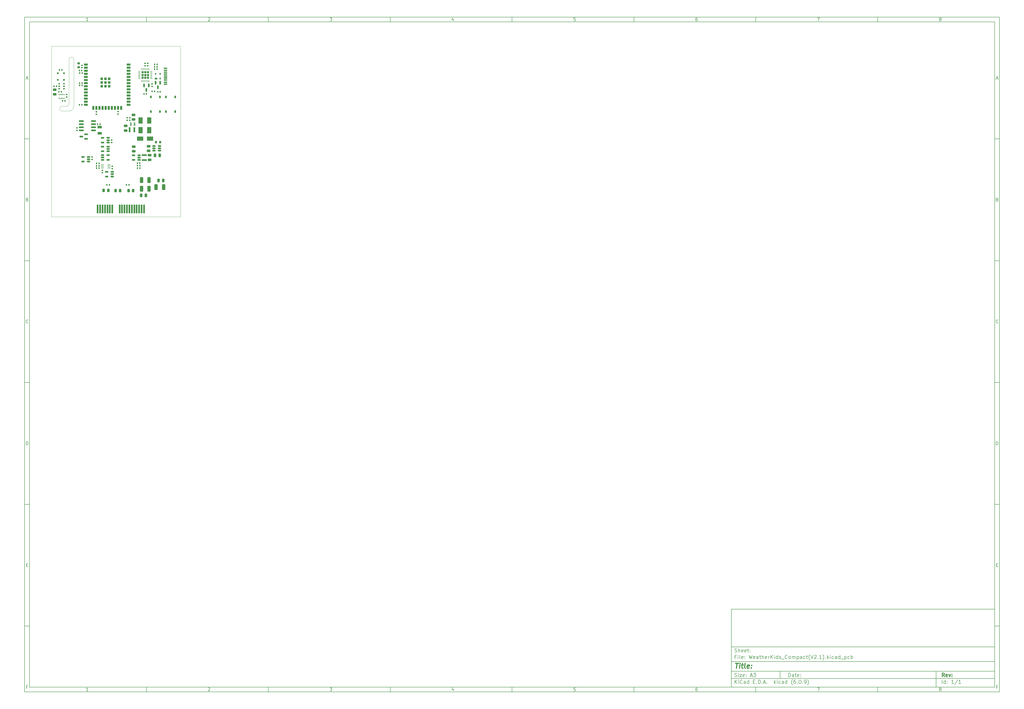
<source format=gbr>
%TF.GenerationSoftware,KiCad,Pcbnew,(6.0.9)*%
%TF.CreationDate,2023-07-18T14:40:25+05:30*%
%TF.ProjectId,WeatherKids_Compact(V2.1),57656174-6865-4724-9b69-64735f436f6d,rev?*%
%TF.SameCoordinates,PX1406f40PY14fb180*%
%TF.FileFunction,Paste,Top*%
%TF.FilePolarity,Positive*%
%FSLAX46Y46*%
G04 Gerber Fmt 4.6, Leading zero omitted, Abs format (unit mm)*
G04 Created by KiCad (PCBNEW (6.0.9)) date 2023-07-18 14:40:25*
%MOMM*%
%LPD*%
G01*
G04 APERTURE LIST*
G04 Aperture macros list*
%AMRoundRect*
0 Rectangle with rounded corners*
0 $1 Rounding radius*
0 $2 $3 $4 $5 $6 $7 $8 $9 X,Y pos of 4 corners*
0 Add a 4 corners polygon primitive as box body*
4,1,4,$2,$3,$4,$5,$6,$7,$8,$9,$2,$3,0*
0 Add four circle primitives for the rounded corners*
1,1,$1+$1,$2,$3*
1,1,$1+$1,$4,$5*
1,1,$1+$1,$6,$7*
1,1,$1+$1,$8,$9*
0 Add four rect primitives between the rounded corners*
20,1,$1+$1,$2,$3,$4,$5,0*
20,1,$1+$1,$4,$5,$6,$7,0*
20,1,$1+$1,$6,$7,$8,$9,0*
20,1,$1+$1,$8,$9,$2,$3,0*%
G04 Aperture macros list end*
%ADD10C,0.100000*%
%ADD11C,0.150000*%
%ADD12C,0.300000*%
%ADD13C,0.400000*%
%TA.AperFunction,Profile*%
%ADD14C,0.050000*%
%TD*%
%ADD15RoundRect,0.225000X-0.250000X0.225000X-0.250000X-0.225000X0.250000X-0.225000X0.250000X0.225000X0*%
%ADD16RoundRect,0.140000X0.140000X0.170000X-0.140000X0.170000X-0.140000X-0.170000X0.140000X-0.170000X0*%
%ADD17R,1.050000X1.050000*%
%ADD18R,1.500000X0.900000*%
%ADD19R,0.900000X1.500000*%
%ADD20RoundRect,0.250000X0.475000X-0.250000X0.475000X0.250000X-0.475000X0.250000X-0.475000X-0.250000X0*%
%ADD21RoundRect,0.150000X0.512500X0.150000X-0.512500X0.150000X-0.512500X-0.150000X0.512500X-0.150000X0*%
%ADD22RoundRect,0.135000X-0.185000X0.135000X-0.185000X-0.135000X0.185000X-0.135000X0.185000X0.135000X0*%
%ADD23RoundRect,0.135000X0.135000X0.185000X-0.135000X0.185000X-0.135000X-0.185000X0.135000X-0.185000X0*%
%ADD24RoundRect,0.135000X0.185000X-0.135000X0.185000X0.135000X-0.185000X0.135000X-0.185000X-0.135000X0*%
%ADD25RoundRect,0.140000X-0.140000X-0.170000X0.140000X-0.170000X0.140000X0.170000X-0.140000X0.170000X0*%
%ADD26RoundRect,0.187500X-0.187500X0.312500X-0.187500X-0.312500X0.187500X-0.312500X0.187500X0.312500X0*%
%ADD27RoundRect,0.135000X-0.135000X-0.185000X0.135000X-0.185000X0.135000X0.185000X-0.135000X0.185000X0*%
%ADD28R,1.800000X2.500000*%
%ADD29R,2.000000X0.800000*%
%ADD30RoundRect,0.200000X0.200000X0.275000X-0.200000X0.275000X-0.200000X-0.275000X0.200000X-0.275000X0*%
%ADD31RoundRect,0.062500X0.062500X0.337500X-0.062500X0.337500X-0.062500X-0.337500X0.062500X-0.337500X0*%
%ADD32RoundRect,0.062500X0.337500X0.062500X-0.337500X0.062500X-0.337500X-0.062500X0.337500X-0.062500X0*%
%ADD33RoundRect,0.225000X0.225000X0.225000X-0.225000X0.225000X-0.225000X-0.225000X0.225000X-0.225000X0*%
%ADD34RoundRect,0.150000X0.587500X0.150000X-0.587500X0.150000X-0.587500X-0.150000X0.587500X-0.150000X0*%
%ADD35R,2.500000X1.800000*%
%ADD36RoundRect,0.250000X-0.250000X-0.475000X0.250000X-0.475000X0.250000X0.475000X-0.250000X0.475000X0*%
%ADD37RoundRect,0.243750X-0.243750X-0.456250X0.243750X-0.456250X0.243750X0.456250X-0.243750X0.456250X0*%
%ADD38RoundRect,0.250000X0.250000X0.475000X-0.250000X0.475000X-0.250000X-0.475000X0.250000X-0.475000X0*%
%ADD39RoundRect,0.140000X-0.170000X0.140000X-0.170000X-0.140000X0.170000X-0.140000X0.170000X0.140000X0*%
%ADD40RoundRect,0.150000X0.825000X0.150000X-0.825000X0.150000X-0.825000X-0.150000X0.825000X-0.150000X0*%
%ADD41RoundRect,0.250000X-0.412500X-0.925000X0.412500X-0.925000X0.412500X0.925000X-0.412500X0.925000X0*%
%ADD42RoundRect,0.150000X-0.512500X-0.150000X0.512500X-0.150000X0.512500X0.150000X-0.512500X0.150000X0*%
%ADD43R,1.168400X0.254000*%
%ADD44R,1.450000X0.600000*%
%ADD45R,1.450000X0.300000*%
%ADD46RoundRect,0.243750X0.243750X0.456250X-0.243750X0.456250X-0.243750X-0.456250X0.243750X-0.456250X0*%
%ADD47R,0.800000X0.800000*%
%ADD48R,0.700000X3.600000*%
%ADD49RoundRect,0.150000X-0.150000X0.587500X-0.150000X-0.587500X0.150000X-0.587500X0.150000X0.587500X0*%
%ADD50R,0.350000X0.500000*%
%ADD51R,0.800000X0.500000*%
%ADD52R,0.800000X2.000000*%
%ADD53R,1.800000X1.000000*%
%ADD54RoundRect,0.140000X0.170000X-0.140000X0.170000X0.140000X-0.170000X0.140000X-0.170000X-0.140000X0*%
%ADD55RoundRect,0.250000X0.412500X0.925000X-0.412500X0.925000X-0.412500X-0.925000X0.412500X-0.925000X0*%
%ADD56RoundRect,0.250000X-0.475000X0.250000X-0.475000X-0.250000X0.475000X-0.250000X0.475000X0.250000X0*%
%ADD57R,0.670001X0.299999*%
%ADD58R,0.600000X0.700000*%
%ADD59R,1.000000X0.700000*%
G04 APERTURE END LIST*
D10*
D11*
X278989000Y-231002200D02*
X278989000Y-263002200D01*
X386989000Y-263002200D01*
X386989000Y-231002200D01*
X278989000Y-231002200D01*
D10*
D11*
X-11000000Y12000000D02*
X-11000000Y-265002200D01*
X388989000Y-265002200D01*
X388989000Y12000000D01*
X-11000000Y12000000D01*
D10*
D11*
X-9000000Y10000000D02*
X-9000000Y-263002200D01*
X386989000Y-263002200D01*
X386989000Y10000000D01*
X-9000000Y10000000D01*
D10*
D11*
X39000000Y10000000D02*
X39000000Y12000000D01*
D10*
D11*
X89000000Y10000000D02*
X89000000Y12000000D01*
D10*
D11*
X139000000Y10000000D02*
X139000000Y12000000D01*
D10*
D11*
X189000000Y10000000D02*
X189000000Y12000000D01*
D10*
D11*
X239000000Y10000000D02*
X239000000Y12000000D01*
D10*
D11*
X289000000Y10000000D02*
X289000000Y12000000D01*
D10*
D11*
X339000000Y10000000D02*
X339000000Y12000000D01*
D10*
D11*
X15065476Y10411905D02*
X14322619Y10411905D01*
X14694047Y10411905D02*
X14694047Y11711905D01*
X14570238Y11526191D01*
X14446428Y11402381D01*
X14322619Y11340477D01*
D10*
D11*
X64322619Y11588096D02*
X64384523Y11650000D01*
X64508333Y11711905D01*
X64817857Y11711905D01*
X64941666Y11650000D01*
X65003571Y11588096D01*
X65065476Y11464286D01*
X65065476Y11340477D01*
X65003571Y11154762D01*
X64260714Y10411905D01*
X65065476Y10411905D01*
D10*
D11*
X114260714Y11711905D02*
X115065476Y11711905D01*
X114632142Y11216667D01*
X114817857Y11216667D01*
X114941666Y11154762D01*
X115003571Y11092858D01*
X115065476Y10969048D01*
X115065476Y10659524D01*
X115003571Y10535715D01*
X114941666Y10473810D01*
X114817857Y10411905D01*
X114446428Y10411905D01*
X114322619Y10473810D01*
X114260714Y10535715D01*
D10*
D11*
X164941666Y11278572D02*
X164941666Y10411905D01*
X164632142Y11773810D02*
X164322619Y10845239D01*
X165127380Y10845239D01*
D10*
D11*
X215003571Y11711905D02*
X214384523Y11711905D01*
X214322619Y11092858D01*
X214384523Y11154762D01*
X214508333Y11216667D01*
X214817857Y11216667D01*
X214941666Y11154762D01*
X215003571Y11092858D01*
X215065476Y10969048D01*
X215065476Y10659524D01*
X215003571Y10535715D01*
X214941666Y10473810D01*
X214817857Y10411905D01*
X214508333Y10411905D01*
X214384523Y10473810D01*
X214322619Y10535715D01*
D10*
D11*
X264941666Y11711905D02*
X264694047Y11711905D01*
X264570238Y11650000D01*
X264508333Y11588096D01*
X264384523Y11402381D01*
X264322619Y11154762D01*
X264322619Y10659524D01*
X264384523Y10535715D01*
X264446428Y10473810D01*
X264570238Y10411905D01*
X264817857Y10411905D01*
X264941666Y10473810D01*
X265003571Y10535715D01*
X265065476Y10659524D01*
X265065476Y10969048D01*
X265003571Y11092858D01*
X264941666Y11154762D01*
X264817857Y11216667D01*
X264570238Y11216667D01*
X264446428Y11154762D01*
X264384523Y11092858D01*
X264322619Y10969048D01*
D10*
D11*
X314260714Y11711905D02*
X315127380Y11711905D01*
X314570238Y10411905D01*
D10*
D11*
X364570238Y11154762D02*
X364446428Y11216667D01*
X364384523Y11278572D01*
X364322619Y11402381D01*
X364322619Y11464286D01*
X364384523Y11588096D01*
X364446428Y11650000D01*
X364570238Y11711905D01*
X364817857Y11711905D01*
X364941666Y11650000D01*
X365003571Y11588096D01*
X365065476Y11464286D01*
X365065476Y11402381D01*
X365003571Y11278572D01*
X364941666Y11216667D01*
X364817857Y11154762D01*
X364570238Y11154762D01*
X364446428Y11092858D01*
X364384523Y11030953D01*
X364322619Y10907143D01*
X364322619Y10659524D01*
X364384523Y10535715D01*
X364446428Y10473810D01*
X364570238Y10411905D01*
X364817857Y10411905D01*
X364941666Y10473810D01*
X365003571Y10535715D01*
X365065476Y10659524D01*
X365065476Y10907143D01*
X365003571Y11030953D01*
X364941666Y11092858D01*
X364817857Y11154762D01*
D10*
D11*
X39000000Y-263002200D02*
X39000000Y-265002200D01*
D10*
D11*
X89000000Y-263002200D02*
X89000000Y-265002200D01*
D10*
D11*
X139000000Y-263002200D02*
X139000000Y-265002200D01*
D10*
D11*
X189000000Y-263002200D02*
X189000000Y-265002200D01*
D10*
D11*
X239000000Y-263002200D02*
X239000000Y-265002200D01*
D10*
D11*
X289000000Y-263002200D02*
X289000000Y-265002200D01*
D10*
D11*
X339000000Y-263002200D02*
X339000000Y-265002200D01*
D10*
D11*
X15065476Y-264590295D02*
X14322619Y-264590295D01*
X14694047Y-264590295D02*
X14694047Y-263290295D01*
X14570238Y-263476009D01*
X14446428Y-263599819D01*
X14322619Y-263661723D01*
D10*
D11*
X64322619Y-263414104D02*
X64384523Y-263352200D01*
X64508333Y-263290295D01*
X64817857Y-263290295D01*
X64941666Y-263352200D01*
X65003571Y-263414104D01*
X65065476Y-263537914D01*
X65065476Y-263661723D01*
X65003571Y-263847438D01*
X64260714Y-264590295D01*
X65065476Y-264590295D01*
D10*
D11*
X114260714Y-263290295D02*
X115065476Y-263290295D01*
X114632142Y-263785533D01*
X114817857Y-263785533D01*
X114941666Y-263847438D01*
X115003571Y-263909342D01*
X115065476Y-264033152D01*
X115065476Y-264342676D01*
X115003571Y-264466485D01*
X114941666Y-264528390D01*
X114817857Y-264590295D01*
X114446428Y-264590295D01*
X114322619Y-264528390D01*
X114260714Y-264466485D01*
D10*
D11*
X164941666Y-263723628D02*
X164941666Y-264590295D01*
X164632142Y-263228390D02*
X164322619Y-264156961D01*
X165127380Y-264156961D01*
D10*
D11*
X215003571Y-263290295D02*
X214384523Y-263290295D01*
X214322619Y-263909342D01*
X214384523Y-263847438D01*
X214508333Y-263785533D01*
X214817857Y-263785533D01*
X214941666Y-263847438D01*
X215003571Y-263909342D01*
X215065476Y-264033152D01*
X215065476Y-264342676D01*
X215003571Y-264466485D01*
X214941666Y-264528390D01*
X214817857Y-264590295D01*
X214508333Y-264590295D01*
X214384523Y-264528390D01*
X214322619Y-264466485D01*
D10*
D11*
X264941666Y-263290295D02*
X264694047Y-263290295D01*
X264570238Y-263352200D01*
X264508333Y-263414104D01*
X264384523Y-263599819D01*
X264322619Y-263847438D01*
X264322619Y-264342676D01*
X264384523Y-264466485D01*
X264446428Y-264528390D01*
X264570238Y-264590295D01*
X264817857Y-264590295D01*
X264941666Y-264528390D01*
X265003571Y-264466485D01*
X265065476Y-264342676D01*
X265065476Y-264033152D01*
X265003571Y-263909342D01*
X264941666Y-263847438D01*
X264817857Y-263785533D01*
X264570238Y-263785533D01*
X264446428Y-263847438D01*
X264384523Y-263909342D01*
X264322619Y-264033152D01*
D10*
D11*
X314260714Y-263290295D02*
X315127380Y-263290295D01*
X314570238Y-264590295D01*
D10*
D11*
X364570238Y-263847438D02*
X364446428Y-263785533D01*
X364384523Y-263723628D01*
X364322619Y-263599819D01*
X364322619Y-263537914D01*
X364384523Y-263414104D01*
X364446428Y-263352200D01*
X364570238Y-263290295D01*
X364817857Y-263290295D01*
X364941666Y-263352200D01*
X365003571Y-263414104D01*
X365065476Y-263537914D01*
X365065476Y-263599819D01*
X365003571Y-263723628D01*
X364941666Y-263785533D01*
X364817857Y-263847438D01*
X364570238Y-263847438D01*
X364446428Y-263909342D01*
X364384523Y-263971247D01*
X364322619Y-264095057D01*
X364322619Y-264342676D01*
X364384523Y-264466485D01*
X364446428Y-264528390D01*
X364570238Y-264590295D01*
X364817857Y-264590295D01*
X364941666Y-264528390D01*
X365003571Y-264466485D01*
X365065476Y-264342676D01*
X365065476Y-264095057D01*
X365003571Y-263971247D01*
X364941666Y-263909342D01*
X364817857Y-263847438D01*
D10*
D11*
X-11000000Y-38000000D02*
X-9000000Y-38000000D01*
D10*
D11*
X-11000000Y-88000000D02*
X-9000000Y-88000000D01*
D10*
D11*
X-11000000Y-138000000D02*
X-9000000Y-138000000D01*
D10*
D11*
X-11000000Y-188000000D02*
X-9000000Y-188000000D01*
D10*
D11*
X-11000000Y-238000000D02*
X-9000000Y-238000000D01*
D10*
D11*
X-10309524Y-13216666D02*
X-9690477Y-13216666D01*
X-10433334Y-13588095D02*
X-10000000Y-12288095D01*
X-9566667Y-13588095D01*
D10*
D11*
X-9907143Y-62907142D02*
X-9721429Y-62969047D01*
X-9659524Y-63030952D01*
X-9597620Y-63154761D01*
X-9597620Y-63340476D01*
X-9659524Y-63464285D01*
X-9721429Y-63526190D01*
X-9845239Y-63588095D01*
X-10340477Y-63588095D01*
X-10340477Y-62288095D01*
X-9907143Y-62288095D01*
X-9783334Y-62350000D01*
X-9721429Y-62411904D01*
X-9659524Y-62535714D01*
X-9659524Y-62659523D01*
X-9721429Y-62783333D01*
X-9783334Y-62845238D01*
X-9907143Y-62907142D01*
X-10340477Y-62907142D01*
D10*
D11*
X-9597620Y-113464285D02*
X-9659524Y-113526190D01*
X-9845239Y-113588095D01*
X-9969048Y-113588095D01*
X-10154762Y-113526190D01*
X-10278572Y-113402380D01*
X-10340477Y-113278571D01*
X-10402381Y-113030952D01*
X-10402381Y-112845238D01*
X-10340477Y-112597619D01*
X-10278572Y-112473809D01*
X-10154762Y-112350000D01*
X-9969048Y-112288095D01*
X-9845239Y-112288095D01*
X-9659524Y-112350000D01*
X-9597620Y-112411904D01*
D10*
D11*
X-10340477Y-163588095D02*
X-10340477Y-162288095D01*
X-10030953Y-162288095D01*
X-9845239Y-162350000D01*
X-9721429Y-162473809D01*
X-9659524Y-162597619D01*
X-9597620Y-162845238D01*
X-9597620Y-163030952D01*
X-9659524Y-163278571D01*
X-9721429Y-163402380D01*
X-9845239Y-163526190D01*
X-10030953Y-163588095D01*
X-10340477Y-163588095D01*
D10*
D11*
X-10278572Y-212907142D02*
X-9845239Y-212907142D01*
X-9659524Y-213588095D02*
X-10278572Y-213588095D01*
X-10278572Y-212288095D01*
X-9659524Y-212288095D01*
D10*
D11*
X-9814286Y-262907142D02*
X-10247620Y-262907142D01*
X-10247620Y-263588095D02*
X-10247620Y-262288095D01*
X-9628572Y-262288095D01*
D10*
D11*
X388989000Y-38000000D02*
X386989000Y-38000000D01*
D10*
D11*
X388989000Y-88000000D02*
X386989000Y-88000000D01*
D10*
D11*
X388989000Y-138000000D02*
X386989000Y-138000000D01*
D10*
D11*
X388989000Y-188000000D02*
X386989000Y-188000000D01*
D10*
D11*
X388989000Y-238000000D02*
X386989000Y-238000000D01*
D10*
D11*
X387679476Y-13216666D02*
X388298523Y-13216666D01*
X387555666Y-13588095D02*
X387989000Y-12288095D01*
X388422333Y-13588095D01*
D10*
D11*
X388081857Y-62907142D02*
X388267571Y-62969047D01*
X388329476Y-63030952D01*
X388391380Y-63154761D01*
X388391380Y-63340476D01*
X388329476Y-63464285D01*
X388267571Y-63526190D01*
X388143761Y-63588095D01*
X387648523Y-63588095D01*
X387648523Y-62288095D01*
X388081857Y-62288095D01*
X388205666Y-62350000D01*
X388267571Y-62411904D01*
X388329476Y-62535714D01*
X388329476Y-62659523D01*
X388267571Y-62783333D01*
X388205666Y-62845238D01*
X388081857Y-62907142D01*
X387648523Y-62907142D01*
D10*
D11*
X388391380Y-113464285D02*
X388329476Y-113526190D01*
X388143761Y-113588095D01*
X388019952Y-113588095D01*
X387834238Y-113526190D01*
X387710428Y-113402380D01*
X387648523Y-113278571D01*
X387586619Y-113030952D01*
X387586619Y-112845238D01*
X387648523Y-112597619D01*
X387710428Y-112473809D01*
X387834238Y-112350000D01*
X388019952Y-112288095D01*
X388143761Y-112288095D01*
X388329476Y-112350000D01*
X388391380Y-112411904D01*
D10*
D11*
X387648523Y-163588095D02*
X387648523Y-162288095D01*
X387958047Y-162288095D01*
X388143761Y-162350000D01*
X388267571Y-162473809D01*
X388329476Y-162597619D01*
X388391380Y-162845238D01*
X388391380Y-163030952D01*
X388329476Y-163278571D01*
X388267571Y-163402380D01*
X388143761Y-163526190D01*
X387958047Y-163588095D01*
X387648523Y-163588095D01*
D10*
D11*
X387710428Y-212907142D02*
X388143761Y-212907142D01*
X388329476Y-213588095D02*
X387710428Y-213588095D01*
X387710428Y-212288095D01*
X388329476Y-212288095D01*
D10*
D11*
X388174714Y-262907142D02*
X387741380Y-262907142D01*
X387741380Y-263588095D02*
X387741380Y-262288095D01*
X388360428Y-262288095D01*
D10*
D11*
X302421142Y-258780771D02*
X302421142Y-257280771D01*
X302778285Y-257280771D01*
X302992571Y-257352200D01*
X303135428Y-257495057D01*
X303206857Y-257637914D01*
X303278285Y-257923628D01*
X303278285Y-258137914D01*
X303206857Y-258423628D01*
X303135428Y-258566485D01*
X302992571Y-258709342D01*
X302778285Y-258780771D01*
X302421142Y-258780771D01*
X304564000Y-258780771D02*
X304564000Y-257995057D01*
X304492571Y-257852200D01*
X304349714Y-257780771D01*
X304064000Y-257780771D01*
X303921142Y-257852200D01*
X304564000Y-258709342D02*
X304421142Y-258780771D01*
X304064000Y-258780771D01*
X303921142Y-258709342D01*
X303849714Y-258566485D01*
X303849714Y-258423628D01*
X303921142Y-258280771D01*
X304064000Y-258209342D01*
X304421142Y-258209342D01*
X304564000Y-258137914D01*
X305064000Y-257780771D02*
X305635428Y-257780771D01*
X305278285Y-257280771D02*
X305278285Y-258566485D01*
X305349714Y-258709342D01*
X305492571Y-258780771D01*
X305635428Y-258780771D01*
X306706857Y-258709342D02*
X306564000Y-258780771D01*
X306278285Y-258780771D01*
X306135428Y-258709342D01*
X306064000Y-258566485D01*
X306064000Y-257995057D01*
X306135428Y-257852200D01*
X306278285Y-257780771D01*
X306564000Y-257780771D01*
X306706857Y-257852200D01*
X306778285Y-257995057D01*
X306778285Y-258137914D01*
X306064000Y-258280771D01*
X307421142Y-258637914D02*
X307492571Y-258709342D01*
X307421142Y-258780771D01*
X307349714Y-258709342D01*
X307421142Y-258637914D01*
X307421142Y-258780771D01*
X307421142Y-257852200D02*
X307492571Y-257923628D01*
X307421142Y-257995057D01*
X307349714Y-257923628D01*
X307421142Y-257852200D01*
X307421142Y-257995057D01*
D10*
D11*
X278989000Y-259502200D02*
X386989000Y-259502200D01*
D10*
D11*
X280421142Y-261580771D02*
X280421142Y-260080771D01*
X281278285Y-261580771D02*
X280635428Y-260723628D01*
X281278285Y-260080771D02*
X280421142Y-260937914D01*
X281921142Y-261580771D02*
X281921142Y-260580771D01*
X281921142Y-260080771D02*
X281849714Y-260152200D01*
X281921142Y-260223628D01*
X281992571Y-260152200D01*
X281921142Y-260080771D01*
X281921142Y-260223628D01*
X283492571Y-261437914D02*
X283421142Y-261509342D01*
X283206857Y-261580771D01*
X283064000Y-261580771D01*
X282849714Y-261509342D01*
X282706857Y-261366485D01*
X282635428Y-261223628D01*
X282564000Y-260937914D01*
X282564000Y-260723628D01*
X282635428Y-260437914D01*
X282706857Y-260295057D01*
X282849714Y-260152200D01*
X283064000Y-260080771D01*
X283206857Y-260080771D01*
X283421142Y-260152200D01*
X283492571Y-260223628D01*
X284778285Y-261580771D02*
X284778285Y-260795057D01*
X284706857Y-260652200D01*
X284564000Y-260580771D01*
X284278285Y-260580771D01*
X284135428Y-260652200D01*
X284778285Y-261509342D02*
X284635428Y-261580771D01*
X284278285Y-261580771D01*
X284135428Y-261509342D01*
X284064000Y-261366485D01*
X284064000Y-261223628D01*
X284135428Y-261080771D01*
X284278285Y-261009342D01*
X284635428Y-261009342D01*
X284778285Y-260937914D01*
X286135428Y-261580771D02*
X286135428Y-260080771D01*
X286135428Y-261509342D02*
X285992571Y-261580771D01*
X285706857Y-261580771D01*
X285564000Y-261509342D01*
X285492571Y-261437914D01*
X285421142Y-261295057D01*
X285421142Y-260866485D01*
X285492571Y-260723628D01*
X285564000Y-260652200D01*
X285706857Y-260580771D01*
X285992571Y-260580771D01*
X286135428Y-260652200D01*
X287992571Y-260795057D02*
X288492571Y-260795057D01*
X288706857Y-261580771D02*
X287992571Y-261580771D01*
X287992571Y-260080771D01*
X288706857Y-260080771D01*
X289349714Y-261437914D02*
X289421142Y-261509342D01*
X289349714Y-261580771D01*
X289278285Y-261509342D01*
X289349714Y-261437914D01*
X289349714Y-261580771D01*
X290064000Y-261580771D02*
X290064000Y-260080771D01*
X290421142Y-260080771D01*
X290635428Y-260152200D01*
X290778285Y-260295057D01*
X290849714Y-260437914D01*
X290921142Y-260723628D01*
X290921142Y-260937914D01*
X290849714Y-261223628D01*
X290778285Y-261366485D01*
X290635428Y-261509342D01*
X290421142Y-261580771D01*
X290064000Y-261580771D01*
X291564000Y-261437914D02*
X291635428Y-261509342D01*
X291564000Y-261580771D01*
X291492571Y-261509342D01*
X291564000Y-261437914D01*
X291564000Y-261580771D01*
X292206857Y-261152200D02*
X292921142Y-261152200D01*
X292064000Y-261580771D02*
X292564000Y-260080771D01*
X293064000Y-261580771D01*
X293564000Y-261437914D02*
X293635428Y-261509342D01*
X293564000Y-261580771D01*
X293492571Y-261509342D01*
X293564000Y-261437914D01*
X293564000Y-261580771D01*
X296564000Y-261580771D02*
X296564000Y-260080771D01*
X296706857Y-261009342D02*
X297135428Y-261580771D01*
X297135428Y-260580771D02*
X296564000Y-261152200D01*
X297778285Y-261580771D02*
X297778285Y-260580771D01*
X297778285Y-260080771D02*
X297706857Y-260152200D01*
X297778285Y-260223628D01*
X297849714Y-260152200D01*
X297778285Y-260080771D01*
X297778285Y-260223628D01*
X299135428Y-261509342D02*
X298992571Y-261580771D01*
X298706857Y-261580771D01*
X298564000Y-261509342D01*
X298492571Y-261437914D01*
X298421142Y-261295057D01*
X298421142Y-260866485D01*
X298492571Y-260723628D01*
X298564000Y-260652200D01*
X298706857Y-260580771D01*
X298992571Y-260580771D01*
X299135428Y-260652200D01*
X300421142Y-261580771D02*
X300421142Y-260795057D01*
X300349714Y-260652200D01*
X300206857Y-260580771D01*
X299921142Y-260580771D01*
X299778285Y-260652200D01*
X300421142Y-261509342D02*
X300278285Y-261580771D01*
X299921142Y-261580771D01*
X299778285Y-261509342D01*
X299706857Y-261366485D01*
X299706857Y-261223628D01*
X299778285Y-261080771D01*
X299921142Y-261009342D01*
X300278285Y-261009342D01*
X300421142Y-260937914D01*
X301778285Y-261580771D02*
X301778285Y-260080771D01*
X301778285Y-261509342D02*
X301635428Y-261580771D01*
X301349714Y-261580771D01*
X301206857Y-261509342D01*
X301135428Y-261437914D01*
X301064000Y-261295057D01*
X301064000Y-260866485D01*
X301135428Y-260723628D01*
X301206857Y-260652200D01*
X301349714Y-260580771D01*
X301635428Y-260580771D01*
X301778285Y-260652200D01*
X304064000Y-262152200D02*
X303992571Y-262080771D01*
X303849714Y-261866485D01*
X303778285Y-261723628D01*
X303706857Y-261509342D01*
X303635428Y-261152200D01*
X303635428Y-260866485D01*
X303706857Y-260509342D01*
X303778285Y-260295057D01*
X303849714Y-260152200D01*
X303992571Y-259937914D01*
X304064000Y-259866485D01*
X305278285Y-260080771D02*
X304992571Y-260080771D01*
X304849714Y-260152200D01*
X304778285Y-260223628D01*
X304635428Y-260437914D01*
X304564000Y-260723628D01*
X304564000Y-261295057D01*
X304635428Y-261437914D01*
X304706857Y-261509342D01*
X304849714Y-261580771D01*
X305135428Y-261580771D01*
X305278285Y-261509342D01*
X305349714Y-261437914D01*
X305421142Y-261295057D01*
X305421142Y-260937914D01*
X305349714Y-260795057D01*
X305278285Y-260723628D01*
X305135428Y-260652200D01*
X304849714Y-260652200D01*
X304706857Y-260723628D01*
X304635428Y-260795057D01*
X304564000Y-260937914D01*
X306064000Y-261437914D02*
X306135428Y-261509342D01*
X306064000Y-261580771D01*
X305992571Y-261509342D01*
X306064000Y-261437914D01*
X306064000Y-261580771D01*
X307064000Y-260080771D02*
X307206857Y-260080771D01*
X307349714Y-260152200D01*
X307421142Y-260223628D01*
X307492571Y-260366485D01*
X307564000Y-260652200D01*
X307564000Y-261009342D01*
X307492571Y-261295057D01*
X307421142Y-261437914D01*
X307349714Y-261509342D01*
X307206857Y-261580771D01*
X307064000Y-261580771D01*
X306921142Y-261509342D01*
X306849714Y-261437914D01*
X306778285Y-261295057D01*
X306706857Y-261009342D01*
X306706857Y-260652200D01*
X306778285Y-260366485D01*
X306849714Y-260223628D01*
X306921142Y-260152200D01*
X307064000Y-260080771D01*
X308206857Y-261437914D02*
X308278285Y-261509342D01*
X308206857Y-261580771D01*
X308135428Y-261509342D01*
X308206857Y-261437914D01*
X308206857Y-261580771D01*
X308992571Y-261580771D02*
X309278285Y-261580771D01*
X309421142Y-261509342D01*
X309492571Y-261437914D01*
X309635428Y-261223628D01*
X309706857Y-260937914D01*
X309706857Y-260366485D01*
X309635428Y-260223628D01*
X309564000Y-260152200D01*
X309421142Y-260080771D01*
X309135428Y-260080771D01*
X308992571Y-260152200D01*
X308921142Y-260223628D01*
X308849714Y-260366485D01*
X308849714Y-260723628D01*
X308921142Y-260866485D01*
X308992571Y-260937914D01*
X309135428Y-261009342D01*
X309421142Y-261009342D01*
X309564000Y-260937914D01*
X309635428Y-260866485D01*
X309706857Y-260723628D01*
X310206857Y-262152200D02*
X310278285Y-262080771D01*
X310421142Y-261866485D01*
X310492571Y-261723628D01*
X310564000Y-261509342D01*
X310635428Y-261152200D01*
X310635428Y-260866485D01*
X310564000Y-260509342D01*
X310492571Y-260295057D01*
X310421142Y-260152200D01*
X310278285Y-259937914D01*
X310206857Y-259866485D01*
D10*
D11*
X278989000Y-256502200D02*
X386989000Y-256502200D01*
D10*
D12*
X366398285Y-258780771D02*
X365898285Y-258066485D01*
X365541142Y-258780771D02*
X365541142Y-257280771D01*
X366112571Y-257280771D01*
X366255428Y-257352200D01*
X366326857Y-257423628D01*
X366398285Y-257566485D01*
X366398285Y-257780771D01*
X366326857Y-257923628D01*
X366255428Y-257995057D01*
X366112571Y-258066485D01*
X365541142Y-258066485D01*
X367612571Y-258709342D02*
X367469714Y-258780771D01*
X367184000Y-258780771D01*
X367041142Y-258709342D01*
X366969714Y-258566485D01*
X366969714Y-257995057D01*
X367041142Y-257852200D01*
X367184000Y-257780771D01*
X367469714Y-257780771D01*
X367612571Y-257852200D01*
X367684000Y-257995057D01*
X367684000Y-258137914D01*
X366969714Y-258280771D01*
X368184000Y-257780771D02*
X368541142Y-258780771D01*
X368898285Y-257780771D01*
X369469714Y-258637914D02*
X369541142Y-258709342D01*
X369469714Y-258780771D01*
X369398285Y-258709342D01*
X369469714Y-258637914D01*
X369469714Y-258780771D01*
X369469714Y-257852200D02*
X369541142Y-257923628D01*
X369469714Y-257995057D01*
X369398285Y-257923628D01*
X369469714Y-257852200D01*
X369469714Y-257995057D01*
D10*
D11*
X280349714Y-258709342D02*
X280564000Y-258780771D01*
X280921142Y-258780771D01*
X281064000Y-258709342D01*
X281135428Y-258637914D01*
X281206857Y-258495057D01*
X281206857Y-258352200D01*
X281135428Y-258209342D01*
X281064000Y-258137914D01*
X280921142Y-258066485D01*
X280635428Y-257995057D01*
X280492571Y-257923628D01*
X280421142Y-257852200D01*
X280349714Y-257709342D01*
X280349714Y-257566485D01*
X280421142Y-257423628D01*
X280492571Y-257352200D01*
X280635428Y-257280771D01*
X280992571Y-257280771D01*
X281206857Y-257352200D01*
X281849714Y-258780771D02*
X281849714Y-257780771D01*
X281849714Y-257280771D02*
X281778285Y-257352200D01*
X281849714Y-257423628D01*
X281921142Y-257352200D01*
X281849714Y-257280771D01*
X281849714Y-257423628D01*
X282421142Y-257780771D02*
X283206857Y-257780771D01*
X282421142Y-258780771D01*
X283206857Y-258780771D01*
X284349714Y-258709342D02*
X284206857Y-258780771D01*
X283921142Y-258780771D01*
X283778285Y-258709342D01*
X283706857Y-258566485D01*
X283706857Y-257995057D01*
X283778285Y-257852200D01*
X283921142Y-257780771D01*
X284206857Y-257780771D01*
X284349714Y-257852200D01*
X284421142Y-257995057D01*
X284421142Y-258137914D01*
X283706857Y-258280771D01*
X285064000Y-258637914D02*
X285135428Y-258709342D01*
X285064000Y-258780771D01*
X284992571Y-258709342D01*
X285064000Y-258637914D01*
X285064000Y-258780771D01*
X285064000Y-257852200D02*
X285135428Y-257923628D01*
X285064000Y-257995057D01*
X284992571Y-257923628D01*
X285064000Y-257852200D01*
X285064000Y-257995057D01*
X286849714Y-258352200D02*
X287564000Y-258352200D01*
X286706857Y-258780771D02*
X287206857Y-257280771D01*
X287706857Y-258780771D01*
X288064000Y-257280771D02*
X288992571Y-257280771D01*
X288492571Y-257852200D01*
X288706857Y-257852200D01*
X288849714Y-257923628D01*
X288921142Y-257995057D01*
X288992571Y-258137914D01*
X288992571Y-258495057D01*
X288921142Y-258637914D01*
X288849714Y-258709342D01*
X288706857Y-258780771D01*
X288278285Y-258780771D01*
X288135428Y-258709342D01*
X288064000Y-258637914D01*
D10*
D11*
X365421142Y-261580771D02*
X365421142Y-260080771D01*
X366778285Y-261580771D02*
X366778285Y-260080771D01*
X366778285Y-261509342D02*
X366635428Y-261580771D01*
X366349714Y-261580771D01*
X366206857Y-261509342D01*
X366135428Y-261437914D01*
X366064000Y-261295057D01*
X366064000Y-260866485D01*
X366135428Y-260723628D01*
X366206857Y-260652200D01*
X366349714Y-260580771D01*
X366635428Y-260580771D01*
X366778285Y-260652200D01*
X367492571Y-261437914D02*
X367564000Y-261509342D01*
X367492571Y-261580771D01*
X367421142Y-261509342D01*
X367492571Y-261437914D01*
X367492571Y-261580771D01*
X367492571Y-260652200D02*
X367564000Y-260723628D01*
X367492571Y-260795057D01*
X367421142Y-260723628D01*
X367492571Y-260652200D01*
X367492571Y-260795057D01*
X370135428Y-261580771D02*
X369278285Y-261580771D01*
X369706857Y-261580771D02*
X369706857Y-260080771D01*
X369564000Y-260295057D01*
X369421142Y-260437914D01*
X369278285Y-260509342D01*
X371849714Y-260009342D02*
X370564000Y-261937914D01*
X373135428Y-261580771D02*
X372278285Y-261580771D01*
X372706857Y-261580771D02*
X372706857Y-260080771D01*
X372564000Y-260295057D01*
X372421142Y-260437914D01*
X372278285Y-260509342D01*
D10*
D11*
X278989000Y-252502200D02*
X386989000Y-252502200D01*
D10*
D13*
X280701380Y-253206961D02*
X281844238Y-253206961D01*
X281022809Y-255206961D02*
X281272809Y-253206961D01*
X282260904Y-255206961D02*
X282427571Y-253873628D01*
X282510904Y-253206961D02*
X282403761Y-253302200D01*
X282487095Y-253397438D01*
X282594238Y-253302200D01*
X282510904Y-253206961D01*
X282487095Y-253397438D01*
X283094238Y-253873628D02*
X283856142Y-253873628D01*
X283463285Y-253206961D02*
X283249000Y-254921247D01*
X283320428Y-255111723D01*
X283499000Y-255206961D01*
X283689476Y-255206961D01*
X284641857Y-255206961D02*
X284463285Y-255111723D01*
X284391857Y-254921247D01*
X284606142Y-253206961D01*
X286177571Y-255111723D02*
X285975190Y-255206961D01*
X285594238Y-255206961D01*
X285415666Y-255111723D01*
X285344238Y-254921247D01*
X285439476Y-254159342D01*
X285558523Y-253968866D01*
X285760904Y-253873628D01*
X286141857Y-253873628D01*
X286320428Y-253968866D01*
X286391857Y-254159342D01*
X286368047Y-254349819D01*
X285391857Y-254540295D01*
X287141857Y-255016485D02*
X287225190Y-255111723D01*
X287118047Y-255206961D01*
X287034714Y-255111723D01*
X287141857Y-255016485D01*
X287118047Y-255206961D01*
X287272809Y-253968866D02*
X287356142Y-254064104D01*
X287249000Y-254159342D01*
X287165666Y-254064104D01*
X287272809Y-253968866D01*
X287249000Y-254159342D01*
D10*
D11*
X280921142Y-250595057D02*
X280421142Y-250595057D01*
X280421142Y-251380771D02*
X280421142Y-249880771D01*
X281135428Y-249880771D01*
X281706857Y-251380771D02*
X281706857Y-250380771D01*
X281706857Y-249880771D02*
X281635428Y-249952200D01*
X281706857Y-250023628D01*
X281778285Y-249952200D01*
X281706857Y-249880771D01*
X281706857Y-250023628D01*
X282635428Y-251380771D02*
X282492571Y-251309342D01*
X282421142Y-251166485D01*
X282421142Y-249880771D01*
X283778285Y-251309342D02*
X283635428Y-251380771D01*
X283349714Y-251380771D01*
X283206857Y-251309342D01*
X283135428Y-251166485D01*
X283135428Y-250595057D01*
X283206857Y-250452200D01*
X283349714Y-250380771D01*
X283635428Y-250380771D01*
X283778285Y-250452200D01*
X283849714Y-250595057D01*
X283849714Y-250737914D01*
X283135428Y-250880771D01*
X284492571Y-251237914D02*
X284564000Y-251309342D01*
X284492571Y-251380771D01*
X284421142Y-251309342D01*
X284492571Y-251237914D01*
X284492571Y-251380771D01*
X284492571Y-250452200D02*
X284564000Y-250523628D01*
X284492571Y-250595057D01*
X284421142Y-250523628D01*
X284492571Y-250452200D01*
X284492571Y-250595057D01*
X286206857Y-249880771D02*
X286564000Y-251380771D01*
X286849714Y-250309342D01*
X287135428Y-251380771D01*
X287492571Y-249880771D01*
X288635428Y-251309342D02*
X288492571Y-251380771D01*
X288206857Y-251380771D01*
X288064000Y-251309342D01*
X287992571Y-251166485D01*
X287992571Y-250595057D01*
X288064000Y-250452200D01*
X288206857Y-250380771D01*
X288492571Y-250380771D01*
X288635428Y-250452200D01*
X288706857Y-250595057D01*
X288706857Y-250737914D01*
X287992571Y-250880771D01*
X289992571Y-251380771D02*
X289992571Y-250595057D01*
X289921142Y-250452200D01*
X289778285Y-250380771D01*
X289492571Y-250380771D01*
X289349714Y-250452200D01*
X289992571Y-251309342D02*
X289849714Y-251380771D01*
X289492571Y-251380771D01*
X289349714Y-251309342D01*
X289278285Y-251166485D01*
X289278285Y-251023628D01*
X289349714Y-250880771D01*
X289492571Y-250809342D01*
X289849714Y-250809342D01*
X289992571Y-250737914D01*
X290492571Y-250380771D02*
X291064000Y-250380771D01*
X290706857Y-249880771D02*
X290706857Y-251166485D01*
X290778285Y-251309342D01*
X290921142Y-251380771D01*
X291064000Y-251380771D01*
X291564000Y-251380771D02*
X291564000Y-249880771D01*
X292206857Y-251380771D02*
X292206857Y-250595057D01*
X292135428Y-250452200D01*
X291992571Y-250380771D01*
X291778285Y-250380771D01*
X291635428Y-250452200D01*
X291564000Y-250523628D01*
X293492571Y-251309342D02*
X293349714Y-251380771D01*
X293064000Y-251380771D01*
X292921142Y-251309342D01*
X292849714Y-251166485D01*
X292849714Y-250595057D01*
X292921142Y-250452200D01*
X293064000Y-250380771D01*
X293349714Y-250380771D01*
X293492571Y-250452200D01*
X293564000Y-250595057D01*
X293564000Y-250737914D01*
X292849714Y-250880771D01*
X294206857Y-251380771D02*
X294206857Y-250380771D01*
X294206857Y-250666485D02*
X294278285Y-250523628D01*
X294349714Y-250452200D01*
X294492571Y-250380771D01*
X294635428Y-250380771D01*
X295135428Y-251380771D02*
X295135428Y-249880771D01*
X295992571Y-251380771D02*
X295349714Y-250523628D01*
X295992571Y-249880771D02*
X295135428Y-250737914D01*
X296635428Y-251380771D02*
X296635428Y-250380771D01*
X296635428Y-249880771D02*
X296564000Y-249952200D01*
X296635428Y-250023628D01*
X296706857Y-249952200D01*
X296635428Y-249880771D01*
X296635428Y-250023628D01*
X297992571Y-251380771D02*
X297992571Y-249880771D01*
X297992571Y-251309342D02*
X297849714Y-251380771D01*
X297564000Y-251380771D01*
X297421142Y-251309342D01*
X297349714Y-251237914D01*
X297278285Y-251095057D01*
X297278285Y-250666485D01*
X297349714Y-250523628D01*
X297421142Y-250452200D01*
X297564000Y-250380771D01*
X297849714Y-250380771D01*
X297992571Y-250452200D01*
X298635428Y-251309342D02*
X298778285Y-251380771D01*
X299064000Y-251380771D01*
X299206857Y-251309342D01*
X299278285Y-251166485D01*
X299278285Y-251095057D01*
X299206857Y-250952200D01*
X299064000Y-250880771D01*
X298849714Y-250880771D01*
X298706857Y-250809342D01*
X298635428Y-250666485D01*
X298635428Y-250595057D01*
X298706857Y-250452200D01*
X298849714Y-250380771D01*
X299064000Y-250380771D01*
X299206857Y-250452200D01*
X299564000Y-251523628D02*
X300706857Y-251523628D01*
X301921142Y-251237914D02*
X301849714Y-251309342D01*
X301635428Y-251380771D01*
X301492571Y-251380771D01*
X301278285Y-251309342D01*
X301135428Y-251166485D01*
X301064000Y-251023628D01*
X300992571Y-250737914D01*
X300992571Y-250523628D01*
X301064000Y-250237914D01*
X301135428Y-250095057D01*
X301278285Y-249952200D01*
X301492571Y-249880771D01*
X301635428Y-249880771D01*
X301849714Y-249952200D01*
X301921142Y-250023628D01*
X302778285Y-251380771D02*
X302635428Y-251309342D01*
X302564000Y-251237914D01*
X302492571Y-251095057D01*
X302492571Y-250666485D01*
X302564000Y-250523628D01*
X302635428Y-250452200D01*
X302778285Y-250380771D01*
X302992571Y-250380771D01*
X303135428Y-250452200D01*
X303206857Y-250523628D01*
X303278285Y-250666485D01*
X303278285Y-251095057D01*
X303206857Y-251237914D01*
X303135428Y-251309342D01*
X302992571Y-251380771D01*
X302778285Y-251380771D01*
X303921142Y-251380771D02*
X303921142Y-250380771D01*
X303921142Y-250523628D02*
X303992571Y-250452200D01*
X304135428Y-250380771D01*
X304349714Y-250380771D01*
X304492571Y-250452200D01*
X304564000Y-250595057D01*
X304564000Y-251380771D01*
X304564000Y-250595057D02*
X304635428Y-250452200D01*
X304778285Y-250380771D01*
X304992571Y-250380771D01*
X305135428Y-250452200D01*
X305206857Y-250595057D01*
X305206857Y-251380771D01*
X305921142Y-250380771D02*
X305921142Y-251880771D01*
X305921142Y-250452200D02*
X306064000Y-250380771D01*
X306349714Y-250380771D01*
X306492571Y-250452200D01*
X306564000Y-250523628D01*
X306635428Y-250666485D01*
X306635428Y-251095057D01*
X306564000Y-251237914D01*
X306492571Y-251309342D01*
X306349714Y-251380771D01*
X306064000Y-251380771D01*
X305921142Y-251309342D01*
X307921142Y-251380771D02*
X307921142Y-250595057D01*
X307849714Y-250452200D01*
X307706857Y-250380771D01*
X307421142Y-250380771D01*
X307278285Y-250452200D01*
X307921142Y-251309342D02*
X307778285Y-251380771D01*
X307421142Y-251380771D01*
X307278285Y-251309342D01*
X307206857Y-251166485D01*
X307206857Y-251023628D01*
X307278285Y-250880771D01*
X307421142Y-250809342D01*
X307778285Y-250809342D01*
X307921142Y-250737914D01*
X309278285Y-251309342D02*
X309135428Y-251380771D01*
X308849714Y-251380771D01*
X308706857Y-251309342D01*
X308635428Y-251237914D01*
X308564000Y-251095057D01*
X308564000Y-250666485D01*
X308635428Y-250523628D01*
X308706857Y-250452200D01*
X308849714Y-250380771D01*
X309135428Y-250380771D01*
X309278285Y-250452200D01*
X309706857Y-250380771D02*
X310278285Y-250380771D01*
X309921142Y-249880771D02*
X309921142Y-251166485D01*
X309992571Y-251309342D01*
X310135428Y-251380771D01*
X310278285Y-251380771D01*
X311206857Y-251952200D02*
X311135428Y-251880771D01*
X310992571Y-251666485D01*
X310921142Y-251523628D01*
X310849714Y-251309342D01*
X310778285Y-250952200D01*
X310778285Y-250666485D01*
X310849714Y-250309342D01*
X310921142Y-250095057D01*
X310992571Y-249952200D01*
X311135428Y-249737914D01*
X311206857Y-249666485D01*
X311564000Y-249880771D02*
X312064000Y-251380771D01*
X312564000Y-249880771D01*
X312992571Y-250023628D02*
X313064000Y-249952200D01*
X313206857Y-249880771D01*
X313564000Y-249880771D01*
X313706857Y-249952200D01*
X313778285Y-250023628D01*
X313849714Y-250166485D01*
X313849714Y-250309342D01*
X313778285Y-250523628D01*
X312921142Y-251380771D01*
X313849714Y-251380771D01*
X314492571Y-251237914D02*
X314564000Y-251309342D01*
X314492571Y-251380771D01*
X314421142Y-251309342D01*
X314492571Y-251237914D01*
X314492571Y-251380771D01*
X315992571Y-251380771D02*
X315135428Y-251380771D01*
X315564000Y-251380771D02*
X315564000Y-249880771D01*
X315421142Y-250095057D01*
X315278285Y-250237914D01*
X315135428Y-250309342D01*
X316492571Y-251952200D02*
X316564000Y-251880771D01*
X316706857Y-251666485D01*
X316778285Y-251523628D01*
X316849714Y-251309342D01*
X316921142Y-250952200D01*
X316921142Y-250666485D01*
X316849714Y-250309342D01*
X316778285Y-250095057D01*
X316706857Y-249952200D01*
X316564000Y-249737914D01*
X316492571Y-249666485D01*
X317635428Y-251237914D02*
X317706857Y-251309342D01*
X317635428Y-251380771D01*
X317564000Y-251309342D01*
X317635428Y-251237914D01*
X317635428Y-251380771D01*
X318349714Y-251380771D02*
X318349714Y-249880771D01*
X318492571Y-250809342D02*
X318921142Y-251380771D01*
X318921142Y-250380771D02*
X318349714Y-250952200D01*
X319564000Y-251380771D02*
X319564000Y-250380771D01*
X319564000Y-249880771D02*
X319492571Y-249952200D01*
X319564000Y-250023628D01*
X319635428Y-249952200D01*
X319564000Y-249880771D01*
X319564000Y-250023628D01*
X320921142Y-251309342D02*
X320778285Y-251380771D01*
X320492571Y-251380771D01*
X320349714Y-251309342D01*
X320278285Y-251237914D01*
X320206857Y-251095057D01*
X320206857Y-250666485D01*
X320278285Y-250523628D01*
X320349714Y-250452200D01*
X320492571Y-250380771D01*
X320778285Y-250380771D01*
X320921142Y-250452200D01*
X322206857Y-251380771D02*
X322206857Y-250595057D01*
X322135428Y-250452200D01*
X321992571Y-250380771D01*
X321706857Y-250380771D01*
X321564000Y-250452200D01*
X322206857Y-251309342D02*
X322064000Y-251380771D01*
X321706857Y-251380771D01*
X321564000Y-251309342D01*
X321492571Y-251166485D01*
X321492571Y-251023628D01*
X321564000Y-250880771D01*
X321706857Y-250809342D01*
X322064000Y-250809342D01*
X322206857Y-250737914D01*
X323564000Y-251380771D02*
X323564000Y-249880771D01*
X323564000Y-251309342D02*
X323421142Y-251380771D01*
X323135428Y-251380771D01*
X322992571Y-251309342D01*
X322921142Y-251237914D01*
X322849714Y-251095057D01*
X322849714Y-250666485D01*
X322921142Y-250523628D01*
X322992571Y-250452200D01*
X323135428Y-250380771D01*
X323421142Y-250380771D01*
X323564000Y-250452200D01*
X323921142Y-251523628D02*
X325064000Y-251523628D01*
X325421142Y-250380771D02*
X325421142Y-251880771D01*
X325421142Y-250452200D02*
X325564000Y-250380771D01*
X325849714Y-250380771D01*
X325992571Y-250452200D01*
X326064000Y-250523628D01*
X326135428Y-250666485D01*
X326135428Y-251095057D01*
X326064000Y-251237914D01*
X325992571Y-251309342D01*
X325849714Y-251380771D01*
X325564000Y-251380771D01*
X325421142Y-251309342D01*
X327421142Y-251309342D02*
X327278285Y-251380771D01*
X326992571Y-251380771D01*
X326849714Y-251309342D01*
X326778285Y-251237914D01*
X326706857Y-251095057D01*
X326706857Y-250666485D01*
X326778285Y-250523628D01*
X326849714Y-250452200D01*
X326992571Y-250380771D01*
X327278285Y-250380771D01*
X327421142Y-250452200D01*
X328064000Y-251380771D02*
X328064000Y-249880771D01*
X328064000Y-250452200D02*
X328206857Y-250380771D01*
X328492571Y-250380771D01*
X328635428Y-250452200D01*
X328706857Y-250523628D01*
X328778285Y-250666485D01*
X328778285Y-251095057D01*
X328706857Y-251237914D01*
X328635428Y-251309342D01*
X328492571Y-251380771D01*
X328206857Y-251380771D01*
X328064000Y-251309342D01*
D10*
D11*
X278989000Y-246502200D02*
X386989000Y-246502200D01*
D10*
D11*
X280349714Y-248609342D02*
X280564000Y-248680771D01*
X280921142Y-248680771D01*
X281064000Y-248609342D01*
X281135428Y-248537914D01*
X281206857Y-248395057D01*
X281206857Y-248252200D01*
X281135428Y-248109342D01*
X281064000Y-248037914D01*
X280921142Y-247966485D01*
X280635428Y-247895057D01*
X280492571Y-247823628D01*
X280421142Y-247752200D01*
X280349714Y-247609342D01*
X280349714Y-247466485D01*
X280421142Y-247323628D01*
X280492571Y-247252200D01*
X280635428Y-247180771D01*
X280992571Y-247180771D01*
X281206857Y-247252200D01*
X281849714Y-248680771D02*
X281849714Y-247180771D01*
X282492571Y-248680771D02*
X282492571Y-247895057D01*
X282421142Y-247752200D01*
X282278285Y-247680771D01*
X282064000Y-247680771D01*
X281921142Y-247752200D01*
X281849714Y-247823628D01*
X283778285Y-248609342D02*
X283635428Y-248680771D01*
X283349714Y-248680771D01*
X283206857Y-248609342D01*
X283135428Y-248466485D01*
X283135428Y-247895057D01*
X283206857Y-247752200D01*
X283349714Y-247680771D01*
X283635428Y-247680771D01*
X283778285Y-247752200D01*
X283849714Y-247895057D01*
X283849714Y-248037914D01*
X283135428Y-248180771D01*
X285064000Y-248609342D02*
X284921142Y-248680771D01*
X284635428Y-248680771D01*
X284492571Y-248609342D01*
X284421142Y-248466485D01*
X284421142Y-247895057D01*
X284492571Y-247752200D01*
X284635428Y-247680771D01*
X284921142Y-247680771D01*
X285064000Y-247752200D01*
X285135428Y-247895057D01*
X285135428Y-248037914D01*
X284421142Y-248180771D01*
X285564000Y-247680771D02*
X286135428Y-247680771D01*
X285778285Y-247180771D02*
X285778285Y-248466485D01*
X285849714Y-248609342D01*
X285992571Y-248680771D01*
X286135428Y-248680771D01*
X286635428Y-248537914D02*
X286706857Y-248609342D01*
X286635428Y-248680771D01*
X286564000Y-248609342D01*
X286635428Y-248537914D01*
X286635428Y-248680771D01*
X286635428Y-247752200D02*
X286706857Y-247823628D01*
X286635428Y-247895057D01*
X286564000Y-247823628D01*
X286635428Y-247752200D01*
X286635428Y-247895057D01*
D10*
D12*
D10*
D11*
D10*
D11*
D10*
D11*
D10*
D11*
D10*
D11*
X298989000Y-256502200D02*
X298989000Y-259502200D01*
D10*
D11*
X362989000Y-256502200D02*
X362989000Y-263002200D01*
D14*
X0Y-70000000D02*
X53000000Y-70000000D01*
X4351225Y-24600000D02*
G75*
G03*
X4351225Y-26600000I50025J-1000000D01*
G01*
X9200000Y-5451225D02*
G75*
G03*
X7200000Y-5451225I-1000000J-50025D01*
G01*
X53000000Y-70000000D02*
X53000000Y0D01*
X9200000Y-5451225D02*
X9200000Y-24600000D01*
X7200000Y-23600000D02*
X7200000Y-5451225D01*
X6100000Y-24600000D02*
G75*
G03*
X7200000Y-23600000I50000J1050000D01*
G01*
X0Y0D02*
X0Y-70000000D01*
X53000000Y0D02*
X0Y0D01*
X7100000Y-26600000D02*
G75*
G03*
X9200000Y-24600000I50000J2050000D01*
G01*
X4351225Y-26600000D02*
X7100000Y-26600000D01*
X4351225Y-24600000D02*
X6100000Y-24600000D01*
D15*
%TO.C,C8*%
X11200000Y-7025000D03*
X11200000Y-8575000D03*
%TD*%
D16*
%TO.C,C10*%
X12480000Y-10000000D03*
X11520000Y-10000000D03*
%TD*%
D17*
%TO.C,U3*%
X23745000Y-14835000D03*
X20695000Y-13310000D03*
X20695000Y-14835000D03*
X23745000Y-13310000D03*
X20695000Y-16360000D03*
X23745000Y-16360000D03*
X22220000Y-14835000D03*
X22220000Y-13310000D03*
X22220000Y-16360000D03*
D18*
X31650000Y-7495000D03*
X31650000Y-8765000D03*
X31650000Y-10035000D03*
X31650000Y-11305000D03*
X31650000Y-12575000D03*
X31650000Y-13845000D03*
X31650000Y-15115000D03*
X31650000Y-16385000D03*
X31650000Y-17655000D03*
X31650000Y-18925000D03*
X31650000Y-20195000D03*
X31650000Y-21465000D03*
X31650000Y-22735000D03*
X31650000Y-24005000D03*
D19*
X28620000Y-25255000D03*
X27350000Y-25255000D03*
X26080000Y-25255000D03*
X24810000Y-25255000D03*
X23540000Y-25255000D03*
X22270000Y-25255000D03*
X21000000Y-25255000D03*
X19730000Y-25255000D03*
X18460000Y-25255000D03*
X17190000Y-25255000D03*
D18*
X14150000Y-24005000D03*
X14150000Y-22735000D03*
X14150000Y-21465000D03*
X14150000Y-20195000D03*
X14150000Y-18925000D03*
X14150000Y-17655000D03*
X14150000Y-16385000D03*
X14150000Y-15115000D03*
X14150000Y-13845000D03*
X14150000Y-12575000D03*
X14150000Y-11305000D03*
X14150000Y-10035000D03*
X14150000Y-8765000D03*
X14150000Y-7495000D03*
%TD*%
D20*
%TO.C,C6*%
X33700000Y-28150000D03*
X33700000Y-30050000D03*
%TD*%
D21*
%TO.C,U11*%
X22662500Y-53450000D03*
X22662500Y-51550000D03*
X24937500Y-51550000D03*
X24937500Y-52500000D03*
X24937500Y-53450000D03*
%TD*%
D22*
%TO.C,R24*%
X38480000Y-8010000D03*
X38480000Y-6990000D03*
%TD*%
D23*
%TO.C,R21*%
X18552500Y-48040000D03*
X19572500Y-48040000D03*
%TD*%
D24*
%TO.C,R11*%
X27350000Y-26800000D03*
X27350000Y-27820000D03*
%TD*%
D25*
%TO.C,C25*%
X44630000Y-18650000D03*
X43670000Y-18650000D03*
%TD*%
D26*
%TO.C,SW3*%
X40825000Y-26800000D03*
X40825000Y-20800000D03*
X44575000Y-26800000D03*
X44575000Y-20800000D03*
%TD*%
D23*
%TO.C,R2*%
X22800000Y-56900000D03*
X23820000Y-56900000D03*
%TD*%
D20*
%TO.C,C9*%
X33750000Y-41200000D03*
X33750000Y-43100000D03*
%TD*%
D27*
%TO.C,R8*%
X36310000Y-50050000D03*
X35290000Y-50050000D03*
%TD*%
D28*
%TO.C,D4*%
X36550000Y-30440000D03*
X36550000Y-34440000D03*
%TD*%
D29*
%TO.C,L2*%
X38112500Y-46700000D03*
X38112500Y-44700000D03*
%TD*%
D30*
%TO.C,R1*%
X42962500Y-39350000D03*
X44612500Y-39350000D03*
%TD*%
D31*
%TO.C,U15*%
X40030000Y-14250000D03*
X39530000Y-14250000D03*
X39030000Y-14250000D03*
X38530000Y-14250000D03*
X38030000Y-14250000D03*
X37530000Y-14250000D03*
X37030000Y-14250000D03*
D32*
X36080000Y-13300000D03*
X36080000Y-12800000D03*
X36080000Y-12300000D03*
X36080000Y-11800000D03*
X36080000Y-11300000D03*
X36080000Y-10800000D03*
X36080000Y-10300000D03*
D31*
X37030000Y-9350000D03*
X37530000Y-9350000D03*
X38030000Y-9350000D03*
X38530000Y-9350000D03*
X39030000Y-9350000D03*
X39530000Y-9350000D03*
X40030000Y-9350000D03*
D32*
X40980000Y-10300000D03*
X40980000Y-10800000D03*
X40980000Y-11300000D03*
X40980000Y-11800000D03*
X40980000Y-12300000D03*
X40980000Y-12800000D03*
X40980000Y-13300000D03*
D33*
X38530000Y-10680000D03*
X37410000Y-11800000D03*
X39650000Y-11800000D03*
X38530000Y-12920000D03*
X39650000Y-10680000D03*
X37410000Y-12920000D03*
X37410000Y-10680000D03*
X39650000Y-12920000D03*
X38530000Y-11800000D03*
%TD*%
D23*
%TO.C,R14*%
X3080000Y-18700000D03*
X4100000Y-18700000D03*
%TD*%
D34*
%TO.C,D7*%
X12312500Y-37050000D03*
X14187500Y-36100000D03*
X14187500Y-38000000D03*
%TD*%
D35*
%TO.C,D3*%
X40450000Y-37940000D03*
X36450000Y-37940000D03*
%TD*%
D36*
%TO.C,C2*%
X44412500Y-44800000D03*
X42512500Y-44800000D03*
%TD*%
D37*
%TO.C,D2*%
X23337500Y-59150000D03*
X21462500Y-59150000D03*
%TD*%
D38*
%TO.C,C3*%
X43962500Y-55060000D03*
X45862500Y-55060000D03*
%TD*%
D39*
%TO.C,C16*%
X6300000Y-20780000D03*
X6300000Y-19820000D03*
%TD*%
D40*
%TO.C,U7*%
X12305000Y-34505000D03*
X12305000Y-33235000D03*
X12305000Y-31965000D03*
X12305000Y-30695000D03*
X17255000Y-30695000D03*
X17255000Y-31965000D03*
X17255000Y-33235000D03*
X17255000Y-34505000D03*
%TD*%
D41*
%TO.C,C20*%
X40037500Y-54900000D03*
X36962500Y-54900000D03*
%TD*%
D42*
%TO.C,U1*%
X44337500Y-40950000D03*
X44337500Y-41900000D03*
X44337500Y-42850000D03*
X42062500Y-42850000D03*
X42062500Y-41900000D03*
X42062500Y-40950000D03*
%TD*%
D16*
%TO.C,C26*%
X38020000Y-19500000D03*
X38980000Y-19500000D03*
%TD*%
D43*
%TO.C,U9*%
X20890900Y-49990001D03*
X20890900Y-49490000D03*
X20890900Y-48990000D03*
X20890900Y-48489999D03*
X23634100Y-48489999D03*
X23634100Y-48990000D03*
X23634100Y-49490000D03*
X23634100Y-49990001D03*
%TD*%
D21*
%TO.C,U4*%
X33712500Y-46650000D03*
X33712500Y-44750000D03*
X35987500Y-44750000D03*
X35987500Y-45700000D03*
X35987500Y-46650000D03*
%TD*%
D44*
%TO.C,J11*%
X46785000Y-15550000D03*
X46785000Y-14750000D03*
D45*
X46785000Y-14050000D03*
X46785000Y-13050000D03*
X46785000Y-11550000D03*
X46785000Y-10550000D03*
D44*
X46785000Y-9850000D03*
X46785000Y-9050000D03*
X46785000Y-9050000D03*
X46785000Y-9850000D03*
D45*
X46785000Y-11050000D03*
X46785000Y-12050000D03*
X46785000Y-12550000D03*
X46785000Y-13550000D03*
D44*
X46785000Y-14750000D03*
X46785000Y-15550000D03*
%TD*%
D46*
%TO.C,D1*%
X26362500Y-59200000D03*
X28237500Y-59200000D03*
%TD*%
D16*
%TO.C,C18*%
X11640000Y-15100000D03*
X12600000Y-15100000D03*
%TD*%
D26*
%TO.C,SW2*%
X47025000Y-26800000D03*
X47025000Y-20800000D03*
X50775000Y-26800000D03*
X50775000Y-20800000D03*
%TD*%
D24*
%TO.C,R4*%
X31050000Y-29340000D03*
X31050000Y-30360000D03*
%TD*%
%TO.C,R10*%
X18450000Y-26890000D03*
X18450000Y-27910000D03*
%TD*%
D47*
%TO.C,U5*%
X2660000Y-11100000D03*
X5200000Y-11100000D03*
X5200000Y-13800000D03*
X2660000Y-13800000D03*
%TD*%
D48*
%TO.C,J10*%
X19000000Y-66800000D03*
X20000000Y-66800000D03*
X21000000Y-66800000D03*
X22000000Y-66800000D03*
X23000000Y-66800000D03*
X24000000Y-66800000D03*
X25000000Y-66800000D03*
X28000000Y-66800000D03*
X29000000Y-66800000D03*
X30000000Y-66800000D03*
X31000000Y-66800000D03*
X32000000Y-66800000D03*
X33000000Y-66800000D03*
X34000000Y-66800000D03*
X35000000Y-66800000D03*
X36000000Y-66800000D03*
X37000000Y-66800000D03*
X38000000Y-66800000D03*
%TD*%
D27*
%TO.C,R12*%
X2110000Y-16400000D03*
X1090000Y-16400000D03*
%TD*%
D24*
%TO.C,R25*%
X41290000Y-15490000D03*
X41290000Y-16510000D03*
%TD*%
D16*
%TO.C,C11*%
X35320000Y-48000000D03*
X36280000Y-48000000D03*
%TD*%
D22*
%TO.C,R17*%
X24762500Y-39550000D03*
X24762500Y-38530000D03*
%TD*%
D49*
%TO.C,Q1*%
X38990000Y-17937500D03*
X38040000Y-16062500D03*
X39940000Y-16062500D03*
%TD*%
D27*
%TO.C,R9*%
X12510000Y-24000000D03*
X11490000Y-24000000D03*
%TD*%
D24*
%TO.C,R22*%
X16700000Y-45400000D03*
X16700000Y-46420000D03*
%TD*%
D49*
%TO.C,Q2*%
X43690000Y-16837500D03*
X42740000Y-14962500D03*
X44640000Y-14962500D03*
%TD*%
D23*
%TO.C,R7*%
X35290000Y-49000000D03*
X36310000Y-49000000D03*
%TD*%
D39*
%TO.C,C7*%
X12500000Y-8780000D03*
X12500000Y-7820000D03*
%TD*%
D20*
%TO.C,C4*%
X30450000Y-32690000D03*
X30450000Y-34590000D03*
%TD*%
D25*
%TO.C,C23*%
X43310000Y-8400000D03*
X42350000Y-8400000D03*
%TD*%
D50*
%TO.C,U8*%
X5175000Y-19800000D03*
X4525000Y-19800000D03*
X3875000Y-19800000D03*
X3225000Y-19800000D03*
X3225000Y-21400000D03*
X3875000Y-21400000D03*
X4525000Y-21400000D03*
X5175000Y-21400000D03*
%TD*%
D24*
%TO.C,R16*%
X25000000Y-49250000D03*
X25000000Y-50270000D03*
%TD*%
D20*
%TO.C,C5*%
X39912500Y-41000000D03*
X39912500Y-42900000D03*
%TD*%
D51*
%TO.C,U6*%
X5200000Y-15400000D03*
X5200000Y-16400000D03*
X5200000Y-17400000D03*
X3200000Y-17400000D03*
X3200000Y-16400000D03*
X3200000Y-15400000D03*
%TD*%
D52*
%TO.C,L1*%
X34050000Y-34240000D03*
X32050000Y-34240000D03*
%TD*%
D23*
%TO.C,R15*%
X4540000Y-22450000D03*
X5560000Y-22450000D03*
%TD*%
%TO.C,R6*%
X30790000Y-56900000D03*
X31810000Y-56900000D03*
%TD*%
%TO.C,R20*%
X11580000Y-16100000D03*
X12600000Y-16100000D03*
%TD*%
D28*
%TO.C,D5*%
X40150000Y-30440000D03*
X40150000Y-34440000D03*
%TD*%
D53*
%TO.C,Y1*%
X19780000Y-35700000D03*
X19780000Y-33200000D03*
%TD*%
D21*
%TO.C,U13*%
X12962500Y-47330000D03*
X12962500Y-45430000D03*
X15237500Y-45430000D03*
X15237500Y-46380000D03*
X15237500Y-47330000D03*
%TD*%
D54*
%TO.C,C15*%
X10480000Y-33540000D03*
X10480000Y-34500000D03*
%TD*%
D25*
%TO.C,C24*%
X43310000Y-9400000D03*
X42350000Y-9400000D03*
%TD*%
D23*
%TO.C,R26*%
X41280000Y-18500000D03*
X42300000Y-18500000D03*
%TD*%
D39*
%TO.C,C17*%
X20900000Y-51870000D03*
X20900000Y-50910000D03*
%TD*%
D21*
%TO.C,U14*%
X21025000Y-39490000D03*
X21025000Y-37590000D03*
X23300000Y-37590000D03*
X23300000Y-38540000D03*
X23300000Y-39490000D03*
%TD*%
%TO.C,U10*%
X21025000Y-43090000D03*
X21025000Y-41190000D03*
X23300000Y-41190000D03*
X23300000Y-42140000D03*
X23300000Y-43090000D03*
%TD*%
D25*
%TO.C,C22*%
X43310000Y-7400000D03*
X42350000Y-7400000D03*
%TD*%
D27*
%TO.C,R5*%
X12590000Y-11000000D03*
X11570000Y-11000000D03*
%TD*%
D36*
%TO.C,C21*%
X38750000Y-61150000D03*
X36850000Y-61150000D03*
%TD*%
D42*
%TO.C,U12*%
X23300000Y-44690000D03*
X23300000Y-46590000D03*
X21025000Y-46590000D03*
X21025000Y-45640000D03*
X21025000Y-44690000D03*
%TD*%
D23*
%TO.C,R19*%
X18552500Y-49040000D03*
X19572500Y-49040000D03*
%TD*%
%TO.C,R13*%
X18980000Y-31950000D03*
X20000000Y-31950000D03*
%TD*%
D24*
%TO.C,R23*%
X39530000Y-6990000D03*
X39530000Y-8010000D03*
%TD*%
D37*
%TO.C,D6*%
X33537500Y-59200000D03*
X31662500Y-59200000D03*
%TD*%
D25*
%TO.C,C13*%
X4280000Y-9700000D03*
X3320000Y-9700000D03*
%TD*%
D22*
%TO.C,R3*%
X32150000Y-30360000D03*
X32150000Y-29340000D03*
%TD*%
D55*
%TO.C,C1*%
X42962500Y-57800000D03*
X46037500Y-57800000D03*
%TD*%
D56*
%TO.C,C14*%
X1350000Y-19700000D03*
X1350000Y-17800000D03*
%TD*%
D57*
%TO.C,U2*%
X34090001Y-31439998D03*
X32609999Y-32439999D03*
X32609999Y-31939997D03*
X32609999Y-31439998D03*
X34090001Y-31939997D03*
X34090001Y-32439999D03*
%TD*%
D58*
%TO.C,D8*%
X42750000Y-11300000D03*
X44650000Y-11300000D03*
X44650000Y-13300000D03*
D59*
X42950000Y-13300000D03*
%TD*%
D20*
%TO.C,C12*%
X40312500Y-44700000D03*
X40312500Y-46600000D03*
%TD*%
D23*
%TO.C,R18*%
X18540000Y-50050000D03*
X19560000Y-50050000D03*
%TD*%
D41*
%TO.C,C19*%
X40087500Y-58450000D03*
X37012500Y-58450000D03*
%TD*%
M02*

</source>
